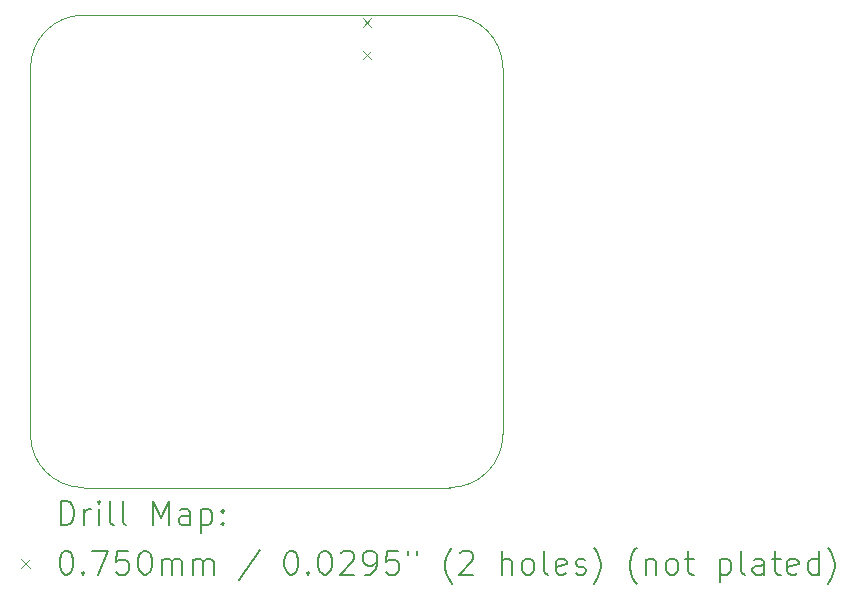
<source format=gbr>
%TF.GenerationSoftware,KiCad,Pcbnew,7.0.11*%
%TF.CreationDate,2024-05-10T14:22:36-04:00*%
%TF.ProjectId,tmc5160-usb,73746570-7065-4722-9d69-6e7465726661,1.0*%
%TF.SameCoordinates,Original*%
%TF.FileFunction,Drillmap*%
%TF.FilePolarity,Positive*%
%FSLAX45Y45*%
G04 Gerber Fmt 4.5, Leading zero omitted, Abs format (unit mm)*
G04 Created by KiCad (PCBNEW 7.0.11) date 2024-05-10 14:22:36*
%MOMM*%
%LPD*%
G01*
G04 APERTURE LIST*
%ADD10C,0.100000*%
%ADD11C,0.200000*%
G04 APERTURE END LIST*
D10*
X13240000Y-11710000D02*
X13240000Y-8610000D01*
X17240000Y-8610000D02*
X17240000Y-11710000D01*
X16790000Y-12160000D02*
G75*
G03*
X17240000Y-11710000I0J450000D01*
G01*
X17240000Y-8610000D02*
G75*
G03*
X16790000Y-8160000I-450000J0D01*
G01*
X13240000Y-11710000D02*
G75*
G03*
X13690000Y-12160000I450000J0D01*
G01*
X16790000Y-12160000D02*
X13690000Y-12160000D01*
X13690000Y-8160000D02*
G75*
G03*
X13240000Y-8610000I0J-450000D01*
G01*
X13690000Y-8160000D02*
X16790000Y-8160000D01*
D11*
D10*
X16052500Y-8185000D02*
X16127500Y-8260000D01*
X16127500Y-8185000D02*
X16052500Y-8260000D01*
X16052500Y-8460000D02*
X16127500Y-8535000D01*
X16127500Y-8460000D02*
X16052500Y-8535000D01*
D11*
X13495777Y-12476484D02*
X13495777Y-12276484D01*
X13495777Y-12276484D02*
X13543396Y-12276484D01*
X13543396Y-12276484D02*
X13571967Y-12286008D01*
X13571967Y-12286008D02*
X13591015Y-12305055D01*
X13591015Y-12305055D02*
X13600539Y-12324103D01*
X13600539Y-12324103D02*
X13610062Y-12362198D01*
X13610062Y-12362198D02*
X13610062Y-12390769D01*
X13610062Y-12390769D02*
X13600539Y-12428865D01*
X13600539Y-12428865D02*
X13591015Y-12447912D01*
X13591015Y-12447912D02*
X13571967Y-12466960D01*
X13571967Y-12466960D02*
X13543396Y-12476484D01*
X13543396Y-12476484D02*
X13495777Y-12476484D01*
X13695777Y-12476484D02*
X13695777Y-12343150D01*
X13695777Y-12381246D02*
X13705301Y-12362198D01*
X13705301Y-12362198D02*
X13714824Y-12352674D01*
X13714824Y-12352674D02*
X13733872Y-12343150D01*
X13733872Y-12343150D02*
X13752920Y-12343150D01*
X13819586Y-12476484D02*
X13819586Y-12343150D01*
X13819586Y-12276484D02*
X13810062Y-12286008D01*
X13810062Y-12286008D02*
X13819586Y-12295531D01*
X13819586Y-12295531D02*
X13829110Y-12286008D01*
X13829110Y-12286008D02*
X13819586Y-12276484D01*
X13819586Y-12276484D02*
X13819586Y-12295531D01*
X13943396Y-12476484D02*
X13924348Y-12466960D01*
X13924348Y-12466960D02*
X13914824Y-12447912D01*
X13914824Y-12447912D02*
X13914824Y-12276484D01*
X14048158Y-12476484D02*
X14029110Y-12466960D01*
X14029110Y-12466960D02*
X14019586Y-12447912D01*
X14019586Y-12447912D02*
X14019586Y-12276484D01*
X14276729Y-12476484D02*
X14276729Y-12276484D01*
X14276729Y-12276484D02*
X14343396Y-12419341D01*
X14343396Y-12419341D02*
X14410062Y-12276484D01*
X14410062Y-12276484D02*
X14410062Y-12476484D01*
X14591015Y-12476484D02*
X14591015Y-12371722D01*
X14591015Y-12371722D02*
X14581491Y-12352674D01*
X14581491Y-12352674D02*
X14562443Y-12343150D01*
X14562443Y-12343150D02*
X14524348Y-12343150D01*
X14524348Y-12343150D02*
X14505301Y-12352674D01*
X14591015Y-12466960D02*
X14571967Y-12476484D01*
X14571967Y-12476484D02*
X14524348Y-12476484D01*
X14524348Y-12476484D02*
X14505301Y-12466960D01*
X14505301Y-12466960D02*
X14495777Y-12447912D01*
X14495777Y-12447912D02*
X14495777Y-12428865D01*
X14495777Y-12428865D02*
X14505301Y-12409817D01*
X14505301Y-12409817D02*
X14524348Y-12400293D01*
X14524348Y-12400293D02*
X14571967Y-12400293D01*
X14571967Y-12400293D02*
X14591015Y-12390769D01*
X14686253Y-12343150D02*
X14686253Y-12543150D01*
X14686253Y-12352674D02*
X14705301Y-12343150D01*
X14705301Y-12343150D02*
X14743396Y-12343150D01*
X14743396Y-12343150D02*
X14762443Y-12352674D01*
X14762443Y-12352674D02*
X14771967Y-12362198D01*
X14771967Y-12362198D02*
X14781491Y-12381246D01*
X14781491Y-12381246D02*
X14781491Y-12438388D01*
X14781491Y-12438388D02*
X14771967Y-12457436D01*
X14771967Y-12457436D02*
X14762443Y-12466960D01*
X14762443Y-12466960D02*
X14743396Y-12476484D01*
X14743396Y-12476484D02*
X14705301Y-12476484D01*
X14705301Y-12476484D02*
X14686253Y-12466960D01*
X14867205Y-12457436D02*
X14876729Y-12466960D01*
X14876729Y-12466960D02*
X14867205Y-12476484D01*
X14867205Y-12476484D02*
X14857682Y-12466960D01*
X14857682Y-12466960D02*
X14867205Y-12457436D01*
X14867205Y-12457436D02*
X14867205Y-12476484D01*
X14867205Y-12352674D02*
X14876729Y-12362198D01*
X14876729Y-12362198D02*
X14867205Y-12371722D01*
X14867205Y-12371722D02*
X14857682Y-12362198D01*
X14857682Y-12362198D02*
X14867205Y-12352674D01*
X14867205Y-12352674D02*
X14867205Y-12371722D01*
D10*
X13160000Y-12767500D02*
X13235000Y-12842500D01*
X13235000Y-12767500D02*
X13160000Y-12842500D01*
D11*
X13533872Y-12696484D02*
X13552920Y-12696484D01*
X13552920Y-12696484D02*
X13571967Y-12706008D01*
X13571967Y-12706008D02*
X13581491Y-12715531D01*
X13581491Y-12715531D02*
X13591015Y-12734579D01*
X13591015Y-12734579D02*
X13600539Y-12772674D01*
X13600539Y-12772674D02*
X13600539Y-12820293D01*
X13600539Y-12820293D02*
X13591015Y-12858388D01*
X13591015Y-12858388D02*
X13581491Y-12877436D01*
X13581491Y-12877436D02*
X13571967Y-12886960D01*
X13571967Y-12886960D02*
X13552920Y-12896484D01*
X13552920Y-12896484D02*
X13533872Y-12896484D01*
X13533872Y-12896484D02*
X13514824Y-12886960D01*
X13514824Y-12886960D02*
X13505301Y-12877436D01*
X13505301Y-12877436D02*
X13495777Y-12858388D01*
X13495777Y-12858388D02*
X13486253Y-12820293D01*
X13486253Y-12820293D02*
X13486253Y-12772674D01*
X13486253Y-12772674D02*
X13495777Y-12734579D01*
X13495777Y-12734579D02*
X13505301Y-12715531D01*
X13505301Y-12715531D02*
X13514824Y-12706008D01*
X13514824Y-12706008D02*
X13533872Y-12696484D01*
X13686253Y-12877436D02*
X13695777Y-12886960D01*
X13695777Y-12886960D02*
X13686253Y-12896484D01*
X13686253Y-12896484D02*
X13676729Y-12886960D01*
X13676729Y-12886960D02*
X13686253Y-12877436D01*
X13686253Y-12877436D02*
X13686253Y-12896484D01*
X13762443Y-12696484D02*
X13895777Y-12696484D01*
X13895777Y-12696484D02*
X13810062Y-12896484D01*
X14067205Y-12696484D02*
X13971967Y-12696484D01*
X13971967Y-12696484D02*
X13962443Y-12791722D01*
X13962443Y-12791722D02*
X13971967Y-12782198D01*
X13971967Y-12782198D02*
X13991015Y-12772674D01*
X13991015Y-12772674D02*
X14038634Y-12772674D01*
X14038634Y-12772674D02*
X14057682Y-12782198D01*
X14057682Y-12782198D02*
X14067205Y-12791722D01*
X14067205Y-12791722D02*
X14076729Y-12810769D01*
X14076729Y-12810769D02*
X14076729Y-12858388D01*
X14076729Y-12858388D02*
X14067205Y-12877436D01*
X14067205Y-12877436D02*
X14057682Y-12886960D01*
X14057682Y-12886960D02*
X14038634Y-12896484D01*
X14038634Y-12896484D02*
X13991015Y-12896484D01*
X13991015Y-12896484D02*
X13971967Y-12886960D01*
X13971967Y-12886960D02*
X13962443Y-12877436D01*
X14200539Y-12696484D02*
X14219586Y-12696484D01*
X14219586Y-12696484D02*
X14238634Y-12706008D01*
X14238634Y-12706008D02*
X14248158Y-12715531D01*
X14248158Y-12715531D02*
X14257682Y-12734579D01*
X14257682Y-12734579D02*
X14267205Y-12772674D01*
X14267205Y-12772674D02*
X14267205Y-12820293D01*
X14267205Y-12820293D02*
X14257682Y-12858388D01*
X14257682Y-12858388D02*
X14248158Y-12877436D01*
X14248158Y-12877436D02*
X14238634Y-12886960D01*
X14238634Y-12886960D02*
X14219586Y-12896484D01*
X14219586Y-12896484D02*
X14200539Y-12896484D01*
X14200539Y-12896484D02*
X14181491Y-12886960D01*
X14181491Y-12886960D02*
X14171967Y-12877436D01*
X14171967Y-12877436D02*
X14162443Y-12858388D01*
X14162443Y-12858388D02*
X14152920Y-12820293D01*
X14152920Y-12820293D02*
X14152920Y-12772674D01*
X14152920Y-12772674D02*
X14162443Y-12734579D01*
X14162443Y-12734579D02*
X14171967Y-12715531D01*
X14171967Y-12715531D02*
X14181491Y-12706008D01*
X14181491Y-12706008D02*
X14200539Y-12696484D01*
X14352920Y-12896484D02*
X14352920Y-12763150D01*
X14352920Y-12782198D02*
X14362443Y-12772674D01*
X14362443Y-12772674D02*
X14381491Y-12763150D01*
X14381491Y-12763150D02*
X14410063Y-12763150D01*
X14410063Y-12763150D02*
X14429110Y-12772674D01*
X14429110Y-12772674D02*
X14438634Y-12791722D01*
X14438634Y-12791722D02*
X14438634Y-12896484D01*
X14438634Y-12791722D02*
X14448158Y-12772674D01*
X14448158Y-12772674D02*
X14467205Y-12763150D01*
X14467205Y-12763150D02*
X14495777Y-12763150D01*
X14495777Y-12763150D02*
X14514824Y-12772674D01*
X14514824Y-12772674D02*
X14524348Y-12791722D01*
X14524348Y-12791722D02*
X14524348Y-12896484D01*
X14619586Y-12896484D02*
X14619586Y-12763150D01*
X14619586Y-12782198D02*
X14629110Y-12772674D01*
X14629110Y-12772674D02*
X14648158Y-12763150D01*
X14648158Y-12763150D02*
X14676729Y-12763150D01*
X14676729Y-12763150D02*
X14695777Y-12772674D01*
X14695777Y-12772674D02*
X14705301Y-12791722D01*
X14705301Y-12791722D02*
X14705301Y-12896484D01*
X14705301Y-12791722D02*
X14714824Y-12772674D01*
X14714824Y-12772674D02*
X14733872Y-12763150D01*
X14733872Y-12763150D02*
X14762443Y-12763150D01*
X14762443Y-12763150D02*
X14781491Y-12772674D01*
X14781491Y-12772674D02*
X14791015Y-12791722D01*
X14791015Y-12791722D02*
X14791015Y-12896484D01*
X15181491Y-12686960D02*
X15010063Y-12944103D01*
X15438634Y-12696484D02*
X15457682Y-12696484D01*
X15457682Y-12696484D02*
X15476729Y-12706008D01*
X15476729Y-12706008D02*
X15486253Y-12715531D01*
X15486253Y-12715531D02*
X15495777Y-12734579D01*
X15495777Y-12734579D02*
X15505301Y-12772674D01*
X15505301Y-12772674D02*
X15505301Y-12820293D01*
X15505301Y-12820293D02*
X15495777Y-12858388D01*
X15495777Y-12858388D02*
X15486253Y-12877436D01*
X15486253Y-12877436D02*
X15476729Y-12886960D01*
X15476729Y-12886960D02*
X15457682Y-12896484D01*
X15457682Y-12896484D02*
X15438634Y-12896484D01*
X15438634Y-12896484D02*
X15419586Y-12886960D01*
X15419586Y-12886960D02*
X15410063Y-12877436D01*
X15410063Y-12877436D02*
X15400539Y-12858388D01*
X15400539Y-12858388D02*
X15391015Y-12820293D01*
X15391015Y-12820293D02*
X15391015Y-12772674D01*
X15391015Y-12772674D02*
X15400539Y-12734579D01*
X15400539Y-12734579D02*
X15410063Y-12715531D01*
X15410063Y-12715531D02*
X15419586Y-12706008D01*
X15419586Y-12706008D02*
X15438634Y-12696484D01*
X15591015Y-12877436D02*
X15600539Y-12886960D01*
X15600539Y-12886960D02*
X15591015Y-12896484D01*
X15591015Y-12896484D02*
X15581491Y-12886960D01*
X15581491Y-12886960D02*
X15591015Y-12877436D01*
X15591015Y-12877436D02*
X15591015Y-12896484D01*
X15724348Y-12696484D02*
X15743396Y-12696484D01*
X15743396Y-12696484D02*
X15762444Y-12706008D01*
X15762444Y-12706008D02*
X15771967Y-12715531D01*
X15771967Y-12715531D02*
X15781491Y-12734579D01*
X15781491Y-12734579D02*
X15791015Y-12772674D01*
X15791015Y-12772674D02*
X15791015Y-12820293D01*
X15791015Y-12820293D02*
X15781491Y-12858388D01*
X15781491Y-12858388D02*
X15771967Y-12877436D01*
X15771967Y-12877436D02*
X15762444Y-12886960D01*
X15762444Y-12886960D02*
X15743396Y-12896484D01*
X15743396Y-12896484D02*
X15724348Y-12896484D01*
X15724348Y-12896484D02*
X15705301Y-12886960D01*
X15705301Y-12886960D02*
X15695777Y-12877436D01*
X15695777Y-12877436D02*
X15686253Y-12858388D01*
X15686253Y-12858388D02*
X15676729Y-12820293D01*
X15676729Y-12820293D02*
X15676729Y-12772674D01*
X15676729Y-12772674D02*
X15686253Y-12734579D01*
X15686253Y-12734579D02*
X15695777Y-12715531D01*
X15695777Y-12715531D02*
X15705301Y-12706008D01*
X15705301Y-12706008D02*
X15724348Y-12696484D01*
X15867206Y-12715531D02*
X15876729Y-12706008D01*
X15876729Y-12706008D02*
X15895777Y-12696484D01*
X15895777Y-12696484D02*
X15943396Y-12696484D01*
X15943396Y-12696484D02*
X15962444Y-12706008D01*
X15962444Y-12706008D02*
X15971967Y-12715531D01*
X15971967Y-12715531D02*
X15981491Y-12734579D01*
X15981491Y-12734579D02*
X15981491Y-12753627D01*
X15981491Y-12753627D02*
X15971967Y-12782198D01*
X15971967Y-12782198D02*
X15857682Y-12896484D01*
X15857682Y-12896484D02*
X15981491Y-12896484D01*
X16076729Y-12896484D02*
X16114825Y-12896484D01*
X16114825Y-12896484D02*
X16133872Y-12886960D01*
X16133872Y-12886960D02*
X16143396Y-12877436D01*
X16143396Y-12877436D02*
X16162444Y-12848865D01*
X16162444Y-12848865D02*
X16171967Y-12810769D01*
X16171967Y-12810769D02*
X16171967Y-12734579D01*
X16171967Y-12734579D02*
X16162444Y-12715531D01*
X16162444Y-12715531D02*
X16152920Y-12706008D01*
X16152920Y-12706008D02*
X16133872Y-12696484D01*
X16133872Y-12696484D02*
X16095777Y-12696484D01*
X16095777Y-12696484D02*
X16076729Y-12706008D01*
X16076729Y-12706008D02*
X16067206Y-12715531D01*
X16067206Y-12715531D02*
X16057682Y-12734579D01*
X16057682Y-12734579D02*
X16057682Y-12782198D01*
X16057682Y-12782198D02*
X16067206Y-12801246D01*
X16067206Y-12801246D02*
X16076729Y-12810769D01*
X16076729Y-12810769D02*
X16095777Y-12820293D01*
X16095777Y-12820293D02*
X16133872Y-12820293D01*
X16133872Y-12820293D02*
X16152920Y-12810769D01*
X16152920Y-12810769D02*
X16162444Y-12801246D01*
X16162444Y-12801246D02*
X16171967Y-12782198D01*
X16352920Y-12696484D02*
X16257682Y-12696484D01*
X16257682Y-12696484D02*
X16248158Y-12791722D01*
X16248158Y-12791722D02*
X16257682Y-12782198D01*
X16257682Y-12782198D02*
X16276729Y-12772674D01*
X16276729Y-12772674D02*
X16324348Y-12772674D01*
X16324348Y-12772674D02*
X16343396Y-12782198D01*
X16343396Y-12782198D02*
X16352920Y-12791722D01*
X16352920Y-12791722D02*
X16362444Y-12810769D01*
X16362444Y-12810769D02*
X16362444Y-12858388D01*
X16362444Y-12858388D02*
X16352920Y-12877436D01*
X16352920Y-12877436D02*
X16343396Y-12886960D01*
X16343396Y-12886960D02*
X16324348Y-12896484D01*
X16324348Y-12896484D02*
X16276729Y-12896484D01*
X16276729Y-12896484D02*
X16257682Y-12886960D01*
X16257682Y-12886960D02*
X16248158Y-12877436D01*
X16438634Y-12696484D02*
X16438634Y-12734579D01*
X16514825Y-12696484D02*
X16514825Y-12734579D01*
X16810063Y-12972674D02*
X16800539Y-12963150D01*
X16800539Y-12963150D02*
X16781491Y-12934579D01*
X16781491Y-12934579D02*
X16771968Y-12915531D01*
X16771968Y-12915531D02*
X16762444Y-12886960D01*
X16762444Y-12886960D02*
X16752920Y-12839341D01*
X16752920Y-12839341D02*
X16752920Y-12801246D01*
X16752920Y-12801246D02*
X16762444Y-12753627D01*
X16762444Y-12753627D02*
X16771968Y-12725055D01*
X16771968Y-12725055D02*
X16781491Y-12706008D01*
X16781491Y-12706008D02*
X16800539Y-12677436D01*
X16800539Y-12677436D02*
X16810063Y-12667912D01*
X16876730Y-12715531D02*
X16886253Y-12706008D01*
X16886253Y-12706008D02*
X16905301Y-12696484D01*
X16905301Y-12696484D02*
X16952920Y-12696484D01*
X16952920Y-12696484D02*
X16971968Y-12706008D01*
X16971968Y-12706008D02*
X16981491Y-12715531D01*
X16981491Y-12715531D02*
X16991015Y-12734579D01*
X16991015Y-12734579D02*
X16991015Y-12753627D01*
X16991015Y-12753627D02*
X16981491Y-12782198D01*
X16981491Y-12782198D02*
X16867206Y-12896484D01*
X16867206Y-12896484D02*
X16991015Y-12896484D01*
X17229111Y-12896484D02*
X17229111Y-12696484D01*
X17314825Y-12896484D02*
X17314825Y-12791722D01*
X17314825Y-12791722D02*
X17305301Y-12772674D01*
X17305301Y-12772674D02*
X17286253Y-12763150D01*
X17286253Y-12763150D02*
X17257682Y-12763150D01*
X17257682Y-12763150D02*
X17238634Y-12772674D01*
X17238634Y-12772674D02*
X17229111Y-12782198D01*
X17438634Y-12896484D02*
X17419587Y-12886960D01*
X17419587Y-12886960D02*
X17410063Y-12877436D01*
X17410063Y-12877436D02*
X17400539Y-12858388D01*
X17400539Y-12858388D02*
X17400539Y-12801246D01*
X17400539Y-12801246D02*
X17410063Y-12782198D01*
X17410063Y-12782198D02*
X17419587Y-12772674D01*
X17419587Y-12772674D02*
X17438634Y-12763150D01*
X17438634Y-12763150D02*
X17467206Y-12763150D01*
X17467206Y-12763150D02*
X17486253Y-12772674D01*
X17486253Y-12772674D02*
X17495777Y-12782198D01*
X17495777Y-12782198D02*
X17505301Y-12801246D01*
X17505301Y-12801246D02*
X17505301Y-12858388D01*
X17505301Y-12858388D02*
X17495777Y-12877436D01*
X17495777Y-12877436D02*
X17486253Y-12886960D01*
X17486253Y-12886960D02*
X17467206Y-12896484D01*
X17467206Y-12896484D02*
X17438634Y-12896484D01*
X17619587Y-12896484D02*
X17600539Y-12886960D01*
X17600539Y-12886960D02*
X17591015Y-12867912D01*
X17591015Y-12867912D02*
X17591015Y-12696484D01*
X17771968Y-12886960D02*
X17752920Y-12896484D01*
X17752920Y-12896484D02*
X17714825Y-12896484D01*
X17714825Y-12896484D02*
X17695777Y-12886960D01*
X17695777Y-12886960D02*
X17686253Y-12867912D01*
X17686253Y-12867912D02*
X17686253Y-12791722D01*
X17686253Y-12791722D02*
X17695777Y-12772674D01*
X17695777Y-12772674D02*
X17714825Y-12763150D01*
X17714825Y-12763150D02*
X17752920Y-12763150D01*
X17752920Y-12763150D02*
X17771968Y-12772674D01*
X17771968Y-12772674D02*
X17781492Y-12791722D01*
X17781492Y-12791722D02*
X17781492Y-12810769D01*
X17781492Y-12810769D02*
X17686253Y-12829817D01*
X17857682Y-12886960D02*
X17876730Y-12896484D01*
X17876730Y-12896484D02*
X17914825Y-12896484D01*
X17914825Y-12896484D02*
X17933873Y-12886960D01*
X17933873Y-12886960D02*
X17943396Y-12867912D01*
X17943396Y-12867912D02*
X17943396Y-12858388D01*
X17943396Y-12858388D02*
X17933873Y-12839341D01*
X17933873Y-12839341D02*
X17914825Y-12829817D01*
X17914825Y-12829817D02*
X17886253Y-12829817D01*
X17886253Y-12829817D02*
X17867206Y-12820293D01*
X17867206Y-12820293D02*
X17857682Y-12801246D01*
X17857682Y-12801246D02*
X17857682Y-12791722D01*
X17857682Y-12791722D02*
X17867206Y-12772674D01*
X17867206Y-12772674D02*
X17886253Y-12763150D01*
X17886253Y-12763150D02*
X17914825Y-12763150D01*
X17914825Y-12763150D02*
X17933873Y-12772674D01*
X18010063Y-12972674D02*
X18019587Y-12963150D01*
X18019587Y-12963150D02*
X18038634Y-12934579D01*
X18038634Y-12934579D02*
X18048158Y-12915531D01*
X18048158Y-12915531D02*
X18057682Y-12886960D01*
X18057682Y-12886960D02*
X18067206Y-12839341D01*
X18067206Y-12839341D02*
X18067206Y-12801246D01*
X18067206Y-12801246D02*
X18057682Y-12753627D01*
X18057682Y-12753627D02*
X18048158Y-12725055D01*
X18048158Y-12725055D02*
X18038634Y-12706008D01*
X18038634Y-12706008D02*
X18019587Y-12677436D01*
X18019587Y-12677436D02*
X18010063Y-12667912D01*
X18371968Y-12972674D02*
X18362444Y-12963150D01*
X18362444Y-12963150D02*
X18343396Y-12934579D01*
X18343396Y-12934579D02*
X18333873Y-12915531D01*
X18333873Y-12915531D02*
X18324349Y-12886960D01*
X18324349Y-12886960D02*
X18314825Y-12839341D01*
X18314825Y-12839341D02*
X18314825Y-12801246D01*
X18314825Y-12801246D02*
X18324349Y-12753627D01*
X18324349Y-12753627D02*
X18333873Y-12725055D01*
X18333873Y-12725055D02*
X18343396Y-12706008D01*
X18343396Y-12706008D02*
X18362444Y-12677436D01*
X18362444Y-12677436D02*
X18371968Y-12667912D01*
X18448158Y-12763150D02*
X18448158Y-12896484D01*
X18448158Y-12782198D02*
X18457682Y-12772674D01*
X18457682Y-12772674D02*
X18476730Y-12763150D01*
X18476730Y-12763150D02*
X18505301Y-12763150D01*
X18505301Y-12763150D02*
X18524349Y-12772674D01*
X18524349Y-12772674D02*
X18533873Y-12791722D01*
X18533873Y-12791722D02*
X18533873Y-12896484D01*
X18657682Y-12896484D02*
X18638634Y-12886960D01*
X18638634Y-12886960D02*
X18629111Y-12877436D01*
X18629111Y-12877436D02*
X18619587Y-12858388D01*
X18619587Y-12858388D02*
X18619587Y-12801246D01*
X18619587Y-12801246D02*
X18629111Y-12782198D01*
X18629111Y-12782198D02*
X18638634Y-12772674D01*
X18638634Y-12772674D02*
X18657682Y-12763150D01*
X18657682Y-12763150D02*
X18686254Y-12763150D01*
X18686254Y-12763150D02*
X18705301Y-12772674D01*
X18705301Y-12772674D02*
X18714825Y-12782198D01*
X18714825Y-12782198D02*
X18724349Y-12801246D01*
X18724349Y-12801246D02*
X18724349Y-12858388D01*
X18724349Y-12858388D02*
X18714825Y-12877436D01*
X18714825Y-12877436D02*
X18705301Y-12886960D01*
X18705301Y-12886960D02*
X18686254Y-12896484D01*
X18686254Y-12896484D02*
X18657682Y-12896484D01*
X18781492Y-12763150D02*
X18857682Y-12763150D01*
X18810063Y-12696484D02*
X18810063Y-12867912D01*
X18810063Y-12867912D02*
X18819587Y-12886960D01*
X18819587Y-12886960D02*
X18838634Y-12896484D01*
X18838634Y-12896484D02*
X18857682Y-12896484D01*
X19076730Y-12763150D02*
X19076730Y-12963150D01*
X19076730Y-12772674D02*
X19095777Y-12763150D01*
X19095777Y-12763150D02*
X19133873Y-12763150D01*
X19133873Y-12763150D02*
X19152920Y-12772674D01*
X19152920Y-12772674D02*
X19162444Y-12782198D01*
X19162444Y-12782198D02*
X19171968Y-12801246D01*
X19171968Y-12801246D02*
X19171968Y-12858388D01*
X19171968Y-12858388D02*
X19162444Y-12877436D01*
X19162444Y-12877436D02*
X19152920Y-12886960D01*
X19152920Y-12886960D02*
X19133873Y-12896484D01*
X19133873Y-12896484D02*
X19095777Y-12896484D01*
X19095777Y-12896484D02*
X19076730Y-12886960D01*
X19286254Y-12896484D02*
X19267206Y-12886960D01*
X19267206Y-12886960D02*
X19257682Y-12867912D01*
X19257682Y-12867912D02*
X19257682Y-12696484D01*
X19448158Y-12896484D02*
X19448158Y-12791722D01*
X19448158Y-12791722D02*
X19438635Y-12772674D01*
X19438635Y-12772674D02*
X19419587Y-12763150D01*
X19419587Y-12763150D02*
X19381492Y-12763150D01*
X19381492Y-12763150D02*
X19362444Y-12772674D01*
X19448158Y-12886960D02*
X19429111Y-12896484D01*
X19429111Y-12896484D02*
X19381492Y-12896484D01*
X19381492Y-12896484D02*
X19362444Y-12886960D01*
X19362444Y-12886960D02*
X19352920Y-12867912D01*
X19352920Y-12867912D02*
X19352920Y-12848865D01*
X19352920Y-12848865D02*
X19362444Y-12829817D01*
X19362444Y-12829817D02*
X19381492Y-12820293D01*
X19381492Y-12820293D02*
X19429111Y-12820293D01*
X19429111Y-12820293D02*
X19448158Y-12810769D01*
X19514825Y-12763150D02*
X19591015Y-12763150D01*
X19543396Y-12696484D02*
X19543396Y-12867912D01*
X19543396Y-12867912D02*
X19552920Y-12886960D01*
X19552920Y-12886960D02*
X19571968Y-12896484D01*
X19571968Y-12896484D02*
X19591015Y-12896484D01*
X19733873Y-12886960D02*
X19714825Y-12896484D01*
X19714825Y-12896484D02*
X19676730Y-12896484D01*
X19676730Y-12896484D02*
X19657682Y-12886960D01*
X19657682Y-12886960D02*
X19648158Y-12867912D01*
X19648158Y-12867912D02*
X19648158Y-12791722D01*
X19648158Y-12791722D02*
X19657682Y-12772674D01*
X19657682Y-12772674D02*
X19676730Y-12763150D01*
X19676730Y-12763150D02*
X19714825Y-12763150D01*
X19714825Y-12763150D02*
X19733873Y-12772674D01*
X19733873Y-12772674D02*
X19743396Y-12791722D01*
X19743396Y-12791722D02*
X19743396Y-12810769D01*
X19743396Y-12810769D02*
X19648158Y-12829817D01*
X19914825Y-12896484D02*
X19914825Y-12696484D01*
X19914825Y-12886960D02*
X19895777Y-12896484D01*
X19895777Y-12896484D02*
X19857682Y-12896484D01*
X19857682Y-12896484D02*
X19838635Y-12886960D01*
X19838635Y-12886960D02*
X19829111Y-12877436D01*
X19829111Y-12877436D02*
X19819587Y-12858388D01*
X19819587Y-12858388D02*
X19819587Y-12801246D01*
X19819587Y-12801246D02*
X19829111Y-12782198D01*
X19829111Y-12782198D02*
X19838635Y-12772674D01*
X19838635Y-12772674D02*
X19857682Y-12763150D01*
X19857682Y-12763150D02*
X19895777Y-12763150D01*
X19895777Y-12763150D02*
X19914825Y-12772674D01*
X19991016Y-12972674D02*
X20000539Y-12963150D01*
X20000539Y-12963150D02*
X20019587Y-12934579D01*
X20019587Y-12934579D02*
X20029111Y-12915531D01*
X20029111Y-12915531D02*
X20038635Y-12886960D01*
X20038635Y-12886960D02*
X20048158Y-12839341D01*
X20048158Y-12839341D02*
X20048158Y-12801246D01*
X20048158Y-12801246D02*
X20038635Y-12753627D01*
X20038635Y-12753627D02*
X20029111Y-12725055D01*
X20029111Y-12725055D02*
X20019587Y-12706008D01*
X20019587Y-12706008D02*
X20000539Y-12677436D01*
X20000539Y-12677436D02*
X19991016Y-12667912D01*
M02*

</source>
